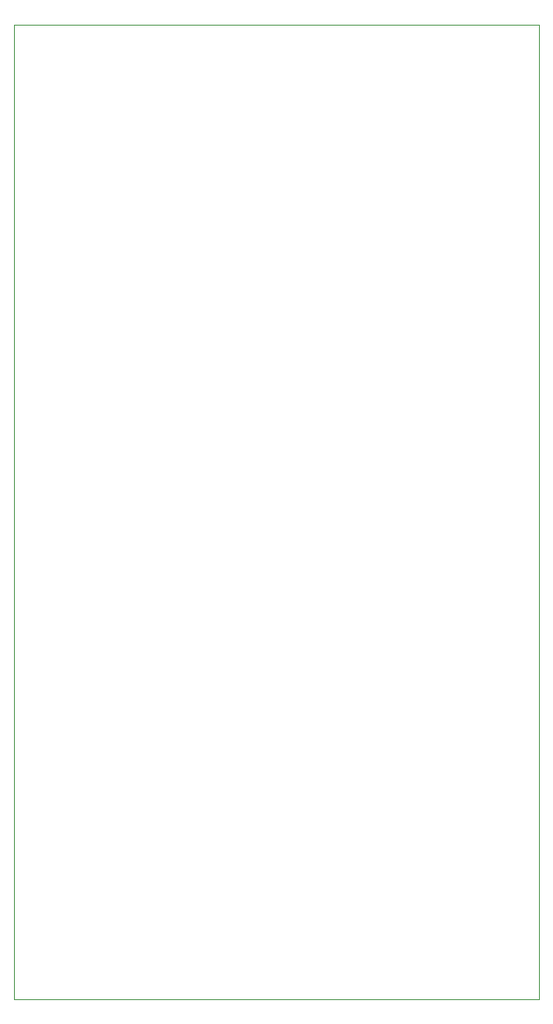
<source format=gbr>
%TF.GenerationSoftware,KiCad,Pcbnew,6.0.10+dfsg-1~bpo11+1*%
%TF.CreationDate,2023-01-22T00:38:30+00:00*%
%TF.ProjectId,cc-19-badge,63632d31-392d-4626-9164-67652e6b6963,rev?*%
%TF.SameCoordinates,Original*%
%TF.FileFunction,Glue,Bot*%
%TF.FilePolarity,Positive*%
%FSLAX45Y45*%
G04 Gerber Fmt 4.5, Leading zero omitted, Abs format (unit mm)*
G04 Created by KiCad (PCBNEW 6.0.10+dfsg-1~bpo11+1) date 2023-01-22 00:38:30*
%MOMM*%
%LPD*%
G01*
G04 APERTURE LIST*
%TA.AperFunction,Profile*%
%ADD10C,0.100000*%
%TD*%
G04 APERTURE END LIST*
D10*
X9000000Y-4000000D02*
X14400000Y-4000000D01*
X9000000Y-14000000D02*
X14400000Y-14000000D01*
X14400000Y-4000000D02*
X14400000Y-14000000D01*
X9000000Y-4000000D02*
X9000000Y-14000000D01*
M02*

</source>
